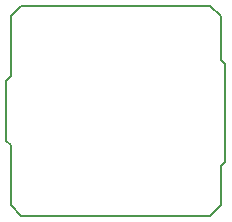
<source format=gm1>
G04 #@! TF.FileFunction,Profile,NP*
%FSLAX46Y46*%
G04 Gerber Fmt 4.6, Leading zero omitted, Abs format (unit mm)*
G04 Created by KiCad (PCBNEW 4.0.7) date 2018 April 02, Monday 17:07:15*
%MOMM*%
%LPD*%
G01*
G04 APERTURE LIST*
%ADD10C,0.100000*%
%ADD11C,0.150000*%
G04 APERTURE END LIST*
D10*
D11*
X155575000Y-90551000D02*
X155575000Y-86868000D01*
X155575000Y-102870000D02*
X155575000Y-99568000D01*
X155956000Y-90932000D02*
X155956000Y-91440000D01*
X155956000Y-99187000D02*
X155956000Y-98679000D01*
X155956000Y-99187000D02*
X155575000Y-99568000D01*
X155956000Y-91440000D02*
X155956000Y-98679000D01*
X155575000Y-90551000D02*
X155956000Y-90932000D01*
X154686000Y-103759000D02*
X138684000Y-103759000D01*
X155575000Y-102870000D02*
X154686000Y-103759000D01*
X154686000Y-85979000D02*
X138684000Y-85979000D01*
X155575000Y-86868000D02*
X154686000Y-85979000D01*
X137795000Y-86868000D02*
X138684000Y-85979000D01*
X137795000Y-91948000D02*
X137795000Y-86868000D01*
X137414000Y-92329000D02*
X137795000Y-91948000D01*
X137414000Y-97409000D02*
X137414000Y-92329000D01*
X137795000Y-97790000D02*
X137414000Y-97409000D01*
X137795000Y-102870000D02*
X137795000Y-97790000D01*
X138684000Y-103759000D02*
X137795000Y-102870000D01*
M02*

</source>
